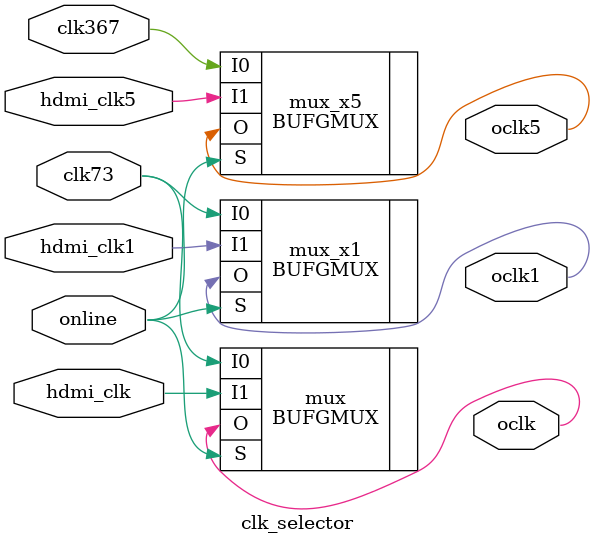
<source format=v>
`timescale 1ns / 1ps
module clk_selector (
    input online,
    input hdmi_clk,hdmi_clk1,hdmi_clk5, clk73, clk367,
    output oclk, oclk1, oclk5
);

    
   
    BUFGMUX mux (
    .O(oclk),  // Output clock
    .I0(clk73),    // Input clock 1
    .I1(hdmi_clk),    // Input clock 2
    .S(online)    // Select signal
    );
    
    BUFGMUX mux_x1 (
    .O(oclk1),  // Output clock
    .I0(clk73),    // Input clock 1
    .I1(hdmi_clk1),    // Input clock 2
    .S(online)    // Select signal
    );
    
    BUFGMUX mux_x5 (
    .O(oclk5),  // Output clock
    .I0(clk367),    // Input clock 1
    .I1(hdmi_clk5),    // Input clock 2
    .S(online)    // Select signal
    );

endmodule

</source>
